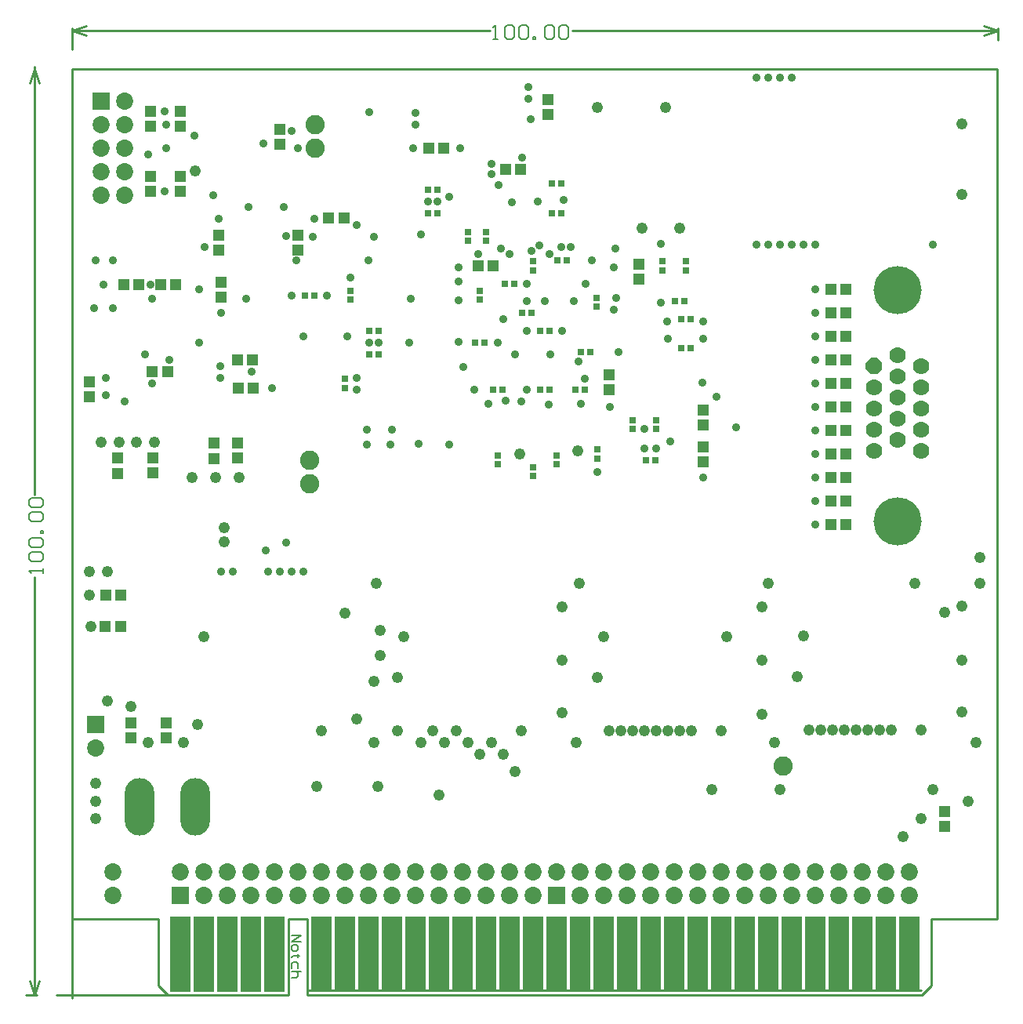
<source format=gbs>
G04*
G04 #@! TF.GenerationSoftware,Altium Limited,CircuitStudio,1.5.2 (30)*
G04*
G04 Layer_Color=39168*
%FSLAX25Y25*%
%MOIN*%
G70*
G01*
G75*
%ADD38C,0.01000*%
%ADD45C,0.00800*%
%ADD46C,0.00600*%
%ADD75R,0.03162X0.03162*%
%ADD76R,0.08500X0.32000*%
%ADD77R,0.04540X0.04737*%
%ADD85R,0.04737X0.04540*%
%ADD103C,0.07300*%
%ADD104R,0.07300X0.07300*%
%ADD105O,0.12611X0.24422*%
%ADD106C,0.08200*%
%ADD107C,0.07000*%
%ADD108P,0.07577X8X292.5*%
%ADD109C,0.20467*%
%ADD110C,0.03600*%
%ADD111C,0.04800*%
%ADD112R,0.04737X0.04737*%
%ADD113R,0.04737X0.04737*%
%ADD114R,0.03162X0.03162*%
D38*
X308937Y1537126D02*
Y1546000D01*
X702638Y1541063D02*
Y1546000D01*
X308937Y1545000D02*
X486592D01*
X521782D02*
X702638D01*
X308937D02*
X314937Y1543000D01*
X308937Y1545000D02*
X314937Y1547000D01*
X696638D02*
X702638Y1545000D01*
X696638Y1543000D02*
X702638Y1545000D01*
X293189Y1527701D02*
Y1529701D01*
X289252Y1135000D02*
X294189D01*
X293189Y1347845D02*
Y1528701D01*
Y1135000D02*
Y1312656D01*
X291189Y1522701D02*
X293189Y1528701D01*
X295189Y1522701D01*
X293189Y1135000D02*
X295189Y1141000D01*
X291189D02*
X293189Y1135000D01*
X409000Y1137000D02*
X670000D01*
X409000D02*
Y1167500D01*
X350000Y1135000D02*
X401000D01*
Y1137000D02*
Y1167500D01*
X409000D01*
X302500Y1135000D02*
X349700D01*
X308937Y1133563D02*
Y1167500D01*
X345700Y1139000D02*
X349700Y1135000D01*
X670300D02*
X674300Y1139000D01*
X345700D02*
Y1167500D01*
X308937D02*
X345700D01*
X674300Y1139000D02*
Y1167500D01*
X702500D01*
X308937D02*
Y1528701D01*
X702500D01*
Y1167500D02*
Y1528701D01*
X401000Y1135000D02*
Y1167500D01*
X409000Y1135000D02*
Y1167500D01*
X349700Y1135000D02*
X401000D01*
X409000D02*
X670300D01*
X401000Y1167500D02*
X409000D01*
D45*
X402500Y1160500D02*
X406499D01*
X402500Y1157834D01*
X406499D01*
X402500Y1155835D02*
Y1154502D01*
X403166Y1153835D01*
X404499D01*
X405166Y1154502D01*
Y1155835D01*
X404499Y1156501D01*
X403166D01*
X402500Y1155835D01*
X405832Y1151836D02*
X405166D01*
Y1152503D01*
Y1151170D01*
Y1151836D01*
X403166D01*
X402500Y1151170D01*
X405166Y1146504D02*
Y1148504D01*
X404499Y1149170D01*
X403166D01*
X402500Y1148504D01*
Y1146504D01*
X406499Y1145172D02*
X402500D01*
X404499D01*
X405166Y1144505D01*
Y1143172D01*
X404499Y1142506D01*
X402500D01*
D46*
X488193Y1541401D02*
X490192D01*
X489192D01*
Y1547399D01*
X488193Y1546399D01*
X493191D02*
X494191Y1547399D01*
X496190D01*
X497190Y1546399D01*
Y1542401D01*
X496190Y1541401D01*
X494191D01*
X493191Y1542401D01*
Y1546399D01*
X499189D02*
X500189Y1547399D01*
X502188D01*
X503188Y1546399D01*
Y1542401D01*
X502188Y1541401D01*
X500189D01*
X499189Y1542401D01*
Y1546399D01*
X505187Y1541401D02*
Y1542401D01*
X506187D01*
Y1541401D01*
X505187D01*
X510185Y1546399D02*
X511185Y1547399D01*
X513184D01*
X514184Y1546399D01*
Y1542401D01*
X513184Y1541401D01*
X511185D01*
X510185Y1542401D01*
Y1546399D01*
X516184D02*
X517183Y1547399D01*
X519182D01*
X520182Y1546399D01*
Y1542401D01*
X519182Y1541401D01*
X517183D01*
X516184Y1542401D01*
Y1546399D01*
X296788Y1314256D02*
Y1316255D01*
Y1315255D01*
X290790D01*
X291790Y1314256D01*
Y1319254D02*
X290790Y1320254D01*
Y1322253D01*
X291790Y1323253D01*
X295788D01*
X296788Y1322253D01*
Y1320254D01*
X295788Y1319254D01*
X291790D01*
Y1325252D02*
X290790Y1326252D01*
Y1328251D01*
X291790Y1329251D01*
X295788D01*
X296788Y1328251D01*
Y1326252D01*
X295788Y1325252D01*
X291790D01*
X296788Y1331250D02*
X295788D01*
Y1332250D01*
X296788D01*
Y1331250D01*
X291790Y1336248D02*
X290790Y1337248D01*
Y1339247D01*
X291790Y1340247D01*
X295788D01*
X296788Y1339247D01*
Y1337248D01*
X295788Y1336248D01*
X291790D01*
Y1342247D02*
X290790Y1343246D01*
Y1345245D01*
X291790Y1346245D01*
X295788D01*
X296788Y1345245D01*
Y1343246D01*
X295788Y1342247D01*
X291790D01*
D75*
X500531Y1425000D02*
D03*
X504468D02*
D03*
X460531Y1467500D02*
D03*
X464468D02*
D03*
X569468Y1430000D02*
D03*
X565531D02*
D03*
X513031Y1467500D02*
D03*
X516968D02*
D03*
X513031Y1480000D02*
D03*
X516968D02*
D03*
X571969Y1422500D02*
D03*
X568032D02*
D03*
X460531Y1477500D02*
D03*
X464468D02*
D03*
X571969Y1410000D02*
D03*
X568032D02*
D03*
X553031Y1362500D02*
D03*
X556968D02*
D03*
X496969Y1437500D02*
D03*
X493032D02*
D03*
X519468Y1447500D02*
D03*
X515531D02*
D03*
X525531Y1408500D02*
D03*
X529468D02*
D03*
X488031Y1392500D02*
D03*
X491968D02*
D03*
X508031D02*
D03*
X511969D02*
D03*
X484469Y1412500D02*
D03*
X480532D02*
D03*
X508031Y1417500D02*
D03*
X511969D02*
D03*
X523031Y1392500D02*
D03*
X526968D02*
D03*
X435531Y1417500D02*
D03*
X439468D02*
D03*
X435531Y1407500D02*
D03*
X439468D02*
D03*
X408031Y1432500D02*
D03*
X411969D02*
D03*
D76*
X625000Y1152500D02*
D03*
X615000D02*
D03*
X605000D02*
D03*
X595000D02*
D03*
X585000D02*
D03*
X575000D02*
D03*
X565000D02*
D03*
X555000D02*
D03*
X545000D02*
D03*
X535000D02*
D03*
X525000D02*
D03*
X515000D02*
D03*
X505000D02*
D03*
X495000D02*
D03*
X485000D02*
D03*
X475000D02*
D03*
X465000D02*
D03*
X455000D02*
D03*
X445000D02*
D03*
X435000D02*
D03*
X425000D02*
D03*
X415000D02*
D03*
X385000D02*
D03*
X375000D02*
D03*
X365000D02*
D03*
X355000D02*
D03*
X635000D02*
D03*
X645000D02*
D03*
X655000D02*
D03*
X665000D02*
D03*
X395000D02*
D03*
D77*
X329587Y1305000D02*
D03*
X323287D02*
D03*
X467087Y1495000D02*
D03*
X460787D02*
D03*
X638150Y1355000D02*
D03*
X631850D02*
D03*
X638150Y1385000D02*
D03*
X631850D02*
D03*
X638150Y1415000D02*
D03*
X631850D02*
D03*
X638150Y1435000D02*
D03*
X631850D02*
D03*
X638150Y1425000D02*
D03*
X631850D02*
D03*
X638150Y1405000D02*
D03*
X631850D02*
D03*
X638150Y1395000D02*
D03*
X631850D02*
D03*
X638150Y1375000D02*
D03*
X631850D02*
D03*
X638150Y1365000D02*
D03*
X631850D02*
D03*
X638150Y1335000D02*
D03*
X631850D02*
D03*
X638150Y1345000D02*
D03*
X631850D02*
D03*
X481850Y1445000D02*
D03*
X488150D02*
D03*
X499587Y1486000D02*
D03*
X493287D02*
D03*
X379468Y1405000D02*
D03*
X385768D02*
D03*
X386087Y1393000D02*
D03*
X379787D02*
D03*
X353150Y1437000D02*
D03*
X346850D02*
D03*
X337382D02*
D03*
X331083D02*
D03*
D85*
X348937Y1250650D02*
D03*
Y1244350D02*
D03*
X333937D02*
D03*
Y1250650D02*
D03*
X343437Y1356913D02*
D03*
Y1363213D02*
D03*
X511437Y1509350D02*
D03*
Y1515650D02*
D03*
X680000Y1206850D02*
D03*
Y1213150D02*
D03*
X550000Y1445650D02*
D03*
Y1439350D02*
D03*
X372500Y1431850D02*
D03*
Y1438150D02*
D03*
X371500Y1451850D02*
D03*
Y1458150D02*
D03*
X379500Y1369650D02*
D03*
Y1363350D02*
D03*
X405000Y1451850D02*
D03*
Y1458150D02*
D03*
X537500Y1392500D02*
D03*
Y1398799D02*
D03*
X355000Y1483150D02*
D03*
Y1476850D02*
D03*
X342500Y1483150D02*
D03*
Y1476850D02*
D03*
X355000Y1504350D02*
D03*
Y1510650D02*
D03*
X342500Y1504350D02*
D03*
Y1510650D02*
D03*
X397500Y1496850D02*
D03*
Y1503150D02*
D03*
X577500Y1383650D02*
D03*
Y1377350D02*
D03*
Y1368150D02*
D03*
Y1361850D02*
D03*
X316437Y1395650D02*
D03*
Y1389350D02*
D03*
D103*
X331437Y1475000D02*
D03*
X321437D02*
D03*
X331437Y1485000D02*
D03*
X321437D02*
D03*
X331437Y1495000D02*
D03*
X321437D02*
D03*
X331437Y1505000D02*
D03*
X321437D02*
D03*
X331437Y1515000D02*
D03*
X326437Y1187500D02*
D03*
Y1177500D02*
D03*
X319000Y1240000D02*
D03*
X665000Y1187500D02*
D03*
Y1177500D02*
D03*
X655000Y1187500D02*
D03*
Y1177500D02*
D03*
X645000Y1187500D02*
D03*
Y1177500D02*
D03*
X635000Y1187500D02*
D03*
Y1177500D02*
D03*
X625000Y1187500D02*
D03*
Y1177500D02*
D03*
X615000Y1187500D02*
D03*
Y1177500D02*
D03*
X605000Y1187500D02*
D03*
Y1177500D02*
D03*
X595000Y1187500D02*
D03*
Y1177500D02*
D03*
X585000Y1187500D02*
D03*
Y1177500D02*
D03*
X575000Y1187500D02*
D03*
Y1177500D02*
D03*
X565000Y1187500D02*
D03*
Y1177500D02*
D03*
X555000Y1187500D02*
D03*
Y1177500D02*
D03*
X545000Y1187500D02*
D03*
Y1177500D02*
D03*
X535000Y1187500D02*
D03*
Y1177500D02*
D03*
X525000Y1187500D02*
D03*
Y1177500D02*
D03*
X515000Y1187500D02*
D03*
X505000D02*
D03*
Y1177500D02*
D03*
X495000Y1187500D02*
D03*
Y1177500D02*
D03*
X485000Y1187500D02*
D03*
Y1177500D02*
D03*
X475000Y1187500D02*
D03*
Y1177500D02*
D03*
X465000Y1187500D02*
D03*
Y1177500D02*
D03*
X455000Y1187500D02*
D03*
Y1177500D02*
D03*
X445000Y1187500D02*
D03*
Y1177500D02*
D03*
X435000Y1187500D02*
D03*
Y1177500D02*
D03*
X425000Y1187500D02*
D03*
Y1177500D02*
D03*
X415000Y1187500D02*
D03*
Y1177500D02*
D03*
X405000Y1187500D02*
D03*
Y1177500D02*
D03*
X395000Y1187500D02*
D03*
Y1177500D02*
D03*
X385000Y1187500D02*
D03*
Y1177500D02*
D03*
X375000Y1187500D02*
D03*
Y1177500D02*
D03*
X365000Y1187500D02*
D03*
Y1177500D02*
D03*
X355000Y1187500D02*
D03*
D104*
X321437Y1515000D02*
D03*
X319000Y1250000D02*
D03*
X515000Y1177500D02*
D03*
X355000D02*
D03*
D105*
X361437Y1215000D02*
D03*
X337815D02*
D03*
D106*
X410000Y1362500D02*
D03*
X611437Y1232500D02*
D03*
X410000Y1352500D02*
D03*
X412500Y1495000D02*
D03*
Y1505000D02*
D03*
D107*
X650000Y1375500D02*
D03*
Y1393500D02*
D03*
Y1384500D02*
D03*
Y1366500D02*
D03*
X660000Y1407000D02*
D03*
Y1398000D02*
D03*
Y1389000D02*
D03*
Y1380000D02*
D03*
Y1371000D02*
D03*
X670000Y1402500D02*
D03*
Y1393500D02*
D03*
Y1384500D02*
D03*
Y1375500D02*
D03*
Y1366500D02*
D03*
D108*
X650000Y1402500D02*
D03*
D109*
X660000Y1434667D02*
D03*
Y1336333D02*
D03*
D110*
X361000Y1500500D02*
D03*
X368937Y1475000D02*
D03*
X341437Y1492500D02*
D03*
X405000Y1495000D02*
D03*
X504542Y1451260D02*
D03*
X540500Y1431500D02*
D03*
X541500Y1408500D02*
D03*
X511614Y1385886D02*
D03*
X493500Y1387750D02*
D03*
X473343Y1412658D02*
D03*
X473374Y1430374D02*
D03*
X430000Y1392500D02*
D03*
X517500Y1417500D02*
D03*
X526968Y1396968D02*
D03*
X512000Y1450000D02*
D03*
X495000D02*
D03*
X502500Y1430000D02*
D03*
X411437Y1457500D02*
D03*
X503937Y1507500D02*
D03*
X453937Y1495000D02*
D03*
X473937D02*
D03*
X454937Y1510000D02*
D03*
X502937Y1516000D02*
D03*
X454937Y1505000D02*
D03*
X502937Y1521000D02*
D03*
X487437Y1488500D02*
D03*
Y1484000D02*
D03*
X490437Y1479500D02*
D03*
X500437Y1491000D02*
D03*
X398937Y1470000D02*
D03*
X383937D02*
D03*
X326437Y1447500D02*
D03*
X318937D02*
D03*
X383000Y1431000D02*
D03*
X363000Y1435000D02*
D03*
X615000Y1524882D02*
D03*
X610000D02*
D03*
X605000D02*
D03*
X600000D02*
D03*
X675000Y1454000D02*
D03*
X625000D02*
D03*
X620000D02*
D03*
X615000D02*
D03*
X610000D02*
D03*
X605000D02*
D03*
X600000D02*
D03*
X407500Y1315000D02*
D03*
X402500D02*
D03*
X397500D02*
D03*
X392500D02*
D03*
X400000Y1327500D02*
D03*
X391500Y1324000D02*
D03*
X377500Y1315000D02*
D03*
X372500D02*
D03*
Y1425000D02*
D03*
X326500Y1427000D02*
D03*
X318500D02*
D03*
X434500Y1369000D02*
D03*
X444500D02*
D03*
X322500Y1437000D02*
D03*
X365500Y1453000D02*
D03*
X371500Y1465000D02*
D03*
X445000Y1375500D02*
D03*
X434500D02*
D03*
X393937Y1393000D02*
D03*
X625000Y1435000D02*
D03*
Y1425000D02*
D03*
Y1415000D02*
D03*
Y1405000D02*
D03*
Y1395000D02*
D03*
Y1385000D02*
D03*
Y1375000D02*
D03*
Y1365000D02*
D03*
Y1355000D02*
D03*
Y1345000D02*
D03*
Y1335000D02*
D03*
X469500Y1474500D02*
D03*
X496000Y1472000D02*
D03*
X348937Y1505000D02*
D03*
Y1495000D02*
D03*
X537598Y1385098D02*
D03*
X481850Y1450000D02*
D03*
X417500Y1432500D02*
D03*
X557500Y1367500D02*
D03*
X343091Y1395031D02*
D03*
X362933Y1412496D02*
D03*
X475500Y1402000D02*
D03*
X342500Y1437000D02*
D03*
X426181Y1415000D02*
D03*
X402500Y1502500D02*
D03*
X427500Y1440000D02*
D03*
X439468Y1412500D02*
D03*
X577500Y1421500D02*
D03*
X464468Y1472500D02*
D03*
X348500Y1510681D02*
D03*
Y1476819D02*
D03*
X563500Y1370500D02*
D03*
X577000Y1395500D02*
D03*
X583031Y1389468D02*
D03*
X453000Y1431000D02*
D03*
X518000Y1473000D02*
D03*
X452500Y1412500D02*
D03*
X562500Y1414000D02*
D03*
X559500Y1429500D02*
D03*
X562000Y1421500D02*
D03*
X540000Y1452500D02*
D03*
X390410Y1497000D02*
D03*
X430000Y1462500D02*
D03*
X339937Y1407500D02*
D03*
X371937Y1397500D02*
D03*
Y1402500D02*
D03*
X385437Y1400000D02*
D03*
X323437Y1397500D02*
D03*
Y1390000D02*
D03*
X407500Y1415000D02*
D03*
X456500Y1369500D02*
D03*
X591500Y1376500D02*
D03*
X577500Y1355000D02*
D03*
X435374Y1510504D02*
D03*
X435000Y1447500D02*
D03*
X437500Y1457500D02*
D03*
X400000Y1457618D02*
D03*
X404468Y1447500D02*
D03*
X552500Y1367500D02*
D03*
X412000Y1465000D02*
D03*
X497500Y1407500D02*
D03*
X522500Y1430000D02*
D03*
X480000Y1392500D02*
D03*
X512500Y1407500D02*
D03*
X530000Y1447500D02*
D03*
X577500Y1414000D02*
D03*
X402500Y1432500D02*
D03*
X350315Y1405000D02*
D03*
X331437Y1387500D02*
D03*
X430000Y1397500D02*
D03*
X502500Y1417500D02*
D03*
X490000Y1412500D02*
D03*
X502500Y1437500D02*
D03*
X524500Y1404500D02*
D03*
X502500Y1392500D02*
D03*
X435531Y1412500D02*
D03*
X460531Y1472500D02*
D03*
X469500Y1369000D02*
D03*
X507000Y1472500D02*
D03*
X492500Y1422500D02*
D03*
X527500Y1437500D02*
D03*
X510000Y1430000D02*
D03*
X486024Y1386476D02*
D03*
X500000Y1387500D02*
D03*
X532500Y1357500D02*
D03*
X552500Y1375531D02*
D03*
X343000Y1430996D02*
D03*
X517000Y1453000D02*
D03*
X507677Y1453677D02*
D03*
X491500Y1452500D02*
D03*
X521000Y1453000D02*
D03*
X559500Y1454500D02*
D03*
X539500Y1444500D02*
D03*
Y1426500D02*
D03*
X525500Y1386500D02*
D03*
X473500Y1444500D02*
D03*
Y1438500D02*
D03*
X457500Y1458500D02*
D03*
D111*
X317087Y1291850D02*
D03*
X316437Y1305000D02*
D03*
X318937Y1210000D02*
D03*
Y1217500D02*
D03*
Y1225000D02*
D03*
X675000Y1222500D02*
D03*
X670020Y1210020D02*
D03*
X690000Y1217500D02*
D03*
X328937Y1370000D02*
D03*
X343937D02*
D03*
X532437Y1512500D02*
D03*
X561437Y1512500D02*
D03*
X412937Y1223563D02*
D03*
X380000Y1355000D02*
D03*
X370000D02*
D03*
X360000D02*
D03*
X447500Y1247500D02*
D03*
X695000Y1321000D02*
D03*
X440000Y1290150D02*
D03*
X687437Y1505437D02*
D03*
Y1475437D02*
D03*
X667500Y1310000D02*
D03*
X467500Y1242500D02*
D03*
X425000Y1297500D02*
D03*
X472500Y1247500D02*
D03*
X477500Y1242500D02*
D03*
X680000Y1297750D02*
D03*
X587500Y1287500D02*
D03*
X687500Y1300250D02*
D03*
X517500Y1300000D02*
D03*
X602500D02*
D03*
X457500Y1242500D02*
D03*
X462500Y1247500D02*
D03*
X438937Y1223563D02*
D03*
X499500Y1365000D02*
D03*
X336437Y1370000D02*
D03*
X321437D02*
D03*
X524000Y1366500D02*
D03*
X361500Y1485500D02*
D03*
X551516Y1461000D02*
D03*
X567516D02*
D03*
X415000Y1247500D02*
D03*
X430000Y1252500D02*
D03*
X500000Y1247500D02*
D03*
X585000D02*
D03*
X670000Y1247750D02*
D03*
X517500Y1255000D02*
D03*
X602500Y1254201D02*
D03*
X687500Y1255250D02*
D03*
X610000Y1222500D02*
D03*
X487500Y1242500D02*
D03*
X537500Y1247500D02*
D03*
X542500D02*
D03*
X547500D02*
D03*
X552500D02*
D03*
X557500D02*
D03*
X562500D02*
D03*
X567500D02*
D03*
X572500D02*
D03*
X657500Y1247750D02*
D03*
X652500D02*
D03*
X647500D02*
D03*
X642500D02*
D03*
X637500D02*
D03*
X632500D02*
D03*
X627500D02*
D03*
X622500D02*
D03*
X334114Y1257677D02*
D03*
X356437Y1242500D02*
D03*
X440000Y1279350D02*
D03*
X605000Y1310000D02*
D03*
X620000Y1287750D02*
D03*
X517500Y1277500D02*
D03*
X437500Y1242250D02*
D03*
X602500Y1277500D02*
D03*
X362500Y1250000D02*
D03*
X365000Y1287500D02*
D03*
X438299Y1310000D02*
D03*
X581000Y1222500D02*
D03*
X523299Y1242250D02*
D03*
X524850Y1310000D02*
D03*
X447500Y1270000D02*
D03*
X450000Y1287500D02*
D03*
X532500Y1270000D02*
D03*
X535000Y1287500D02*
D03*
X695000Y1310000D02*
D03*
X687500Y1277500D02*
D03*
X617500Y1270250D02*
D03*
X693299Y1242500D02*
D03*
X607799Y1242250D02*
D03*
X437500Y1268299D02*
D03*
X373740Y1333620D02*
D03*
Y1327740D02*
D03*
X341437Y1242500D02*
D03*
X323937Y1260000D02*
D03*
X316437Y1315000D02*
D03*
X324055Y1315118D02*
D03*
X492500Y1237500D02*
D03*
X482500D02*
D03*
X662500Y1202500D02*
D03*
X497500Y1230000D02*
D03*
X465000Y1220000D02*
D03*
D112*
X329783Y1291850D02*
D03*
X323091D02*
D03*
X349783Y1400000D02*
D03*
X343091D02*
D03*
X418153Y1465500D02*
D03*
X424846D02*
D03*
D113*
X328437Y1356717D02*
D03*
Y1363409D02*
D03*
X369500Y1369846D02*
D03*
Y1363153D02*
D03*
D114*
X485000Y1459468D02*
D03*
Y1455532D02*
D03*
X477500Y1459468D02*
D03*
Y1455532D02*
D03*
X547500Y1375531D02*
D03*
Y1379468D02*
D03*
X570000Y1443031D02*
D03*
Y1446968D02*
D03*
X560000Y1443031D02*
D03*
Y1446968D02*
D03*
X490000Y1360531D02*
D03*
Y1364468D02*
D03*
X515000Y1360531D02*
D03*
Y1364468D02*
D03*
X505000Y1355531D02*
D03*
Y1359468D02*
D03*
X532500Y1363031D02*
D03*
Y1366968D02*
D03*
X505000Y1443031D02*
D03*
Y1446968D02*
D03*
X532000Y1427531D02*
D03*
Y1431468D02*
D03*
X482500Y1434468D02*
D03*
Y1430532D02*
D03*
X427500Y1430531D02*
D03*
Y1434468D02*
D03*
X425000Y1396968D02*
D03*
Y1393032D02*
D03*
X557500Y1379468D02*
D03*
Y1375531D02*
D03*
M02*

</source>
